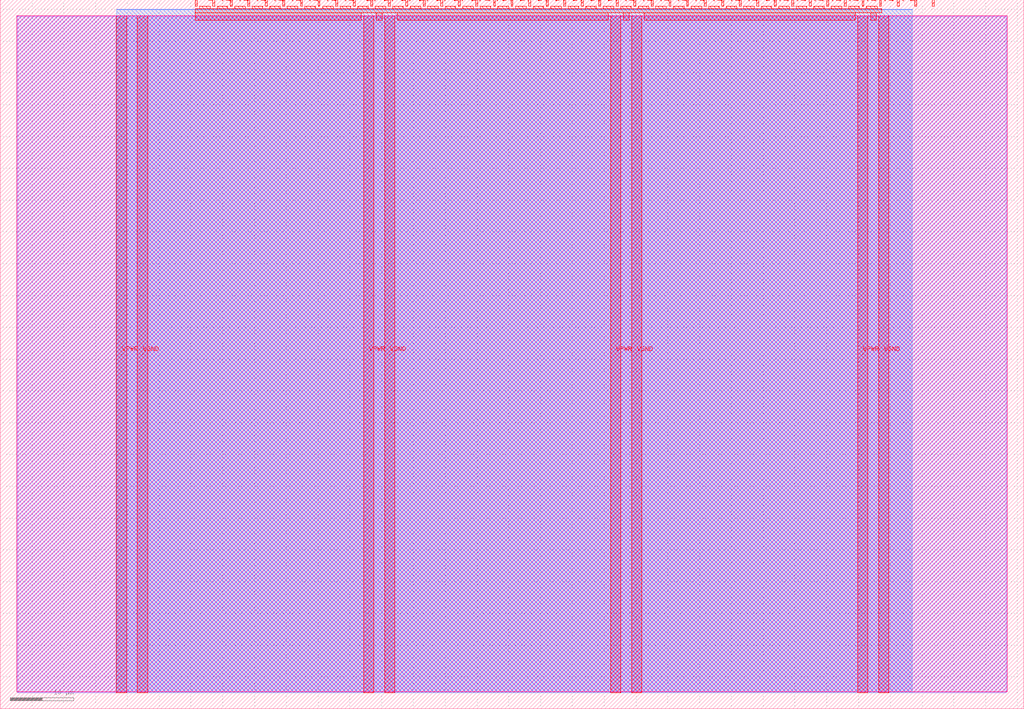
<source format=lef>
VERSION 5.7 ;
  NOWIREEXTENSIONATPIN ON ;
  DIVIDERCHAR "/" ;
  BUSBITCHARS "[]" ;
MACRO tt_um_wokwi_446907838117673985
  CLASS BLOCK ;
  FOREIGN tt_um_wokwi_446907838117673985 ;
  ORIGIN 0.000 0.000 ;
  SIZE 161.000 BY 111.520 ;
  PIN VGND
    DIRECTION INOUT ;
    USE GROUND ;
    PORT
      LAYER met4 ;
        RECT 21.580 2.480 23.180 109.040 ;
    END
    PORT
      LAYER met4 ;
        RECT 60.450 2.480 62.050 109.040 ;
    END
    PORT
      LAYER met4 ;
        RECT 99.320 2.480 100.920 109.040 ;
    END
    PORT
      LAYER met4 ;
        RECT 138.190 2.480 139.790 109.040 ;
    END
  END VGND
  PIN VPWR
    DIRECTION INOUT ;
    USE POWER ;
    PORT
      LAYER met4 ;
        RECT 18.280 2.480 19.880 109.040 ;
    END
    PORT
      LAYER met4 ;
        RECT 57.150 2.480 58.750 109.040 ;
    END
    PORT
      LAYER met4 ;
        RECT 96.020 2.480 97.620 109.040 ;
    END
    PORT
      LAYER met4 ;
        RECT 134.890 2.480 136.490 109.040 ;
    END
  END VPWR
  PIN clk
    DIRECTION INPUT ;
    USE SIGNAL ;
    PORT
      LAYER met4 ;
        RECT 143.830 110.520 144.130 111.520 ;
    END
  END clk
  PIN ena
    DIRECTION INPUT ;
    USE SIGNAL ;
    PORT
      LAYER met4 ;
        RECT 146.590 110.520 146.890 111.520 ;
    END
  END ena
  PIN rst_n
    DIRECTION INPUT ;
    USE SIGNAL ;
    PORT
      LAYER met4 ;
        RECT 141.070 110.520 141.370 111.520 ;
    END
  END rst_n
  PIN ui_in[0]
    DIRECTION INPUT ;
    USE SIGNAL ;
    ANTENNAGATEAREA 0.196500 ;
    PORT
      LAYER met4 ;
        RECT 138.310 110.520 138.610 111.520 ;
    END
  END ui_in[0]
  PIN ui_in[1]
    DIRECTION INPUT ;
    USE SIGNAL ;
    ANTENNAGATEAREA 0.196500 ;
    PORT
      LAYER met4 ;
        RECT 135.550 110.520 135.850 111.520 ;
    END
  END ui_in[1]
  PIN ui_in[2]
    DIRECTION INPUT ;
    USE SIGNAL ;
    ANTENNAGATEAREA 0.196500 ;
    PORT
      LAYER met4 ;
        RECT 132.790 110.520 133.090 111.520 ;
    END
  END ui_in[2]
  PIN ui_in[3]
    DIRECTION INPUT ;
    USE SIGNAL ;
    ANTENNAGATEAREA 0.196500 ;
    PORT
      LAYER met4 ;
        RECT 130.030 110.520 130.330 111.520 ;
    END
  END ui_in[3]
  PIN ui_in[4]
    DIRECTION INPUT ;
    USE SIGNAL ;
    PORT
      LAYER met4 ;
        RECT 127.270 110.520 127.570 111.520 ;
    END
  END ui_in[4]
  PIN ui_in[5]
    DIRECTION INPUT ;
    USE SIGNAL ;
    PORT
      LAYER met4 ;
        RECT 124.510 110.520 124.810 111.520 ;
    END
  END ui_in[5]
  PIN ui_in[6]
    DIRECTION INPUT ;
    USE SIGNAL ;
    PORT
      LAYER met4 ;
        RECT 121.750 110.520 122.050 111.520 ;
    END
  END ui_in[6]
  PIN ui_in[7]
    DIRECTION INPUT ;
    USE SIGNAL ;
    PORT
      LAYER met4 ;
        RECT 118.990 110.520 119.290 111.520 ;
    END
  END ui_in[7]
  PIN uio_in[0]
    DIRECTION INPUT ;
    USE SIGNAL ;
    PORT
      LAYER met4 ;
        RECT 116.230 110.520 116.530 111.520 ;
    END
  END uio_in[0]
  PIN uio_in[1]
    DIRECTION INPUT ;
    USE SIGNAL ;
    PORT
      LAYER met4 ;
        RECT 113.470 110.520 113.770 111.520 ;
    END
  END uio_in[1]
  PIN uio_in[2]
    DIRECTION INPUT ;
    USE SIGNAL ;
    PORT
      LAYER met4 ;
        RECT 110.710 110.520 111.010 111.520 ;
    END
  END uio_in[2]
  PIN uio_in[3]
    DIRECTION INPUT ;
    USE SIGNAL ;
    PORT
      LAYER met4 ;
        RECT 107.950 110.520 108.250 111.520 ;
    END
  END uio_in[3]
  PIN uio_in[4]
    DIRECTION INPUT ;
    USE SIGNAL ;
    PORT
      LAYER met4 ;
        RECT 105.190 110.520 105.490 111.520 ;
    END
  END uio_in[4]
  PIN uio_in[5]
    DIRECTION INPUT ;
    USE SIGNAL ;
    PORT
      LAYER met4 ;
        RECT 102.430 110.520 102.730 111.520 ;
    END
  END uio_in[5]
  PIN uio_in[6]
    DIRECTION INPUT ;
    USE SIGNAL ;
    PORT
      LAYER met4 ;
        RECT 99.670 110.520 99.970 111.520 ;
    END
  END uio_in[6]
  PIN uio_in[7]
    DIRECTION INPUT ;
    USE SIGNAL ;
    PORT
      LAYER met4 ;
        RECT 96.910 110.520 97.210 111.520 ;
    END
  END uio_in[7]
  PIN uio_oe[0]
    DIRECTION OUTPUT ;
    USE SIGNAL ;
    PORT
      LAYER met4 ;
        RECT 49.990 110.520 50.290 111.520 ;
    END
  END uio_oe[0]
  PIN uio_oe[1]
    DIRECTION OUTPUT ;
    USE SIGNAL ;
    PORT
      LAYER met4 ;
        RECT 47.230 110.520 47.530 111.520 ;
    END
  END uio_oe[1]
  PIN uio_oe[2]
    DIRECTION OUTPUT ;
    USE SIGNAL ;
    PORT
      LAYER met4 ;
        RECT 44.470 110.520 44.770 111.520 ;
    END
  END uio_oe[2]
  PIN uio_oe[3]
    DIRECTION OUTPUT ;
    USE SIGNAL ;
    PORT
      LAYER met4 ;
        RECT 41.710 110.520 42.010 111.520 ;
    END
  END uio_oe[3]
  PIN uio_oe[4]
    DIRECTION OUTPUT ;
    USE SIGNAL ;
    PORT
      LAYER met4 ;
        RECT 38.950 110.520 39.250 111.520 ;
    END
  END uio_oe[4]
  PIN uio_oe[5]
    DIRECTION OUTPUT ;
    USE SIGNAL ;
    PORT
      LAYER met4 ;
        RECT 36.190 110.520 36.490 111.520 ;
    END
  END uio_oe[5]
  PIN uio_oe[6]
    DIRECTION OUTPUT ;
    USE SIGNAL ;
    PORT
      LAYER met4 ;
        RECT 33.430 110.520 33.730 111.520 ;
    END
  END uio_oe[6]
  PIN uio_oe[7]
    DIRECTION OUTPUT ;
    USE SIGNAL ;
    PORT
      LAYER met4 ;
        RECT 30.670 110.520 30.970 111.520 ;
    END
  END uio_oe[7]
  PIN uio_out[0]
    DIRECTION OUTPUT ;
    USE SIGNAL ;
    PORT
      LAYER met4 ;
        RECT 72.070 110.520 72.370 111.520 ;
    END
  END uio_out[0]
  PIN uio_out[1]
    DIRECTION OUTPUT ;
    USE SIGNAL ;
    PORT
      LAYER met4 ;
        RECT 69.310 110.520 69.610 111.520 ;
    END
  END uio_out[1]
  PIN uio_out[2]
    DIRECTION OUTPUT ;
    USE SIGNAL ;
    PORT
      LAYER met4 ;
        RECT 66.550 110.520 66.850 111.520 ;
    END
  END uio_out[2]
  PIN uio_out[3]
    DIRECTION OUTPUT ;
    USE SIGNAL ;
    PORT
      LAYER met4 ;
        RECT 63.790 110.520 64.090 111.520 ;
    END
  END uio_out[3]
  PIN uio_out[4]
    DIRECTION OUTPUT ;
    USE SIGNAL ;
    PORT
      LAYER met4 ;
        RECT 61.030 110.520 61.330 111.520 ;
    END
  END uio_out[4]
  PIN uio_out[5]
    DIRECTION OUTPUT ;
    USE SIGNAL ;
    PORT
      LAYER met4 ;
        RECT 58.270 110.520 58.570 111.520 ;
    END
  END uio_out[5]
  PIN uio_out[6]
    DIRECTION OUTPUT ;
    USE SIGNAL ;
    PORT
      LAYER met4 ;
        RECT 55.510 110.520 55.810 111.520 ;
    END
  END uio_out[6]
  PIN uio_out[7]
    DIRECTION OUTPUT ;
    USE SIGNAL ;
    PORT
      LAYER met4 ;
        RECT 52.750 110.520 53.050 111.520 ;
    END
  END uio_out[7]
  PIN uo_out[0]
    DIRECTION OUTPUT ;
    USE SIGNAL ;
    ANTENNADIFFAREA 0.445500 ;
    PORT
      LAYER met4 ;
        RECT 94.150 110.520 94.450 111.520 ;
    END
  END uo_out[0]
  PIN uo_out[1]
    DIRECTION OUTPUT ;
    USE SIGNAL ;
    ANTENNADIFFAREA 0.445500 ;
    PORT
      LAYER met4 ;
        RECT 91.390 110.520 91.690 111.520 ;
    END
  END uo_out[1]
  PIN uo_out[2]
    DIRECTION OUTPUT ;
    USE SIGNAL ;
    ANTENNADIFFAREA 0.445500 ;
    PORT
      LAYER met4 ;
        RECT 88.630 110.520 88.930 111.520 ;
    END
  END uo_out[2]
  PIN uo_out[3]
    DIRECTION OUTPUT ;
    USE SIGNAL ;
    PORT
      LAYER met4 ;
        RECT 85.870 110.520 86.170 111.520 ;
    END
  END uo_out[3]
  PIN uo_out[4]
    DIRECTION OUTPUT ;
    USE SIGNAL ;
    ANTENNADIFFAREA 0.445500 ;
    PORT
      LAYER met4 ;
        RECT 83.110 110.520 83.410 111.520 ;
    END
  END uo_out[4]
  PIN uo_out[5]
    DIRECTION OUTPUT ;
    USE SIGNAL ;
    ANTENNADIFFAREA 0.445500 ;
    PORT
      LAYER met4 ;
        RECT 80.350 110.520 80.650 111.520 ;
    END
  END uo_out[5]
  PIN uo_out[6]
    DIRECTION OUTPUT ;
    USE SIGNAL ;
    ANTENNADIFFAREA 0.445500 ;
    PORT
      LAYER met4 ;
        RECT 77.590 110.520 77.890 111.520 ;
    END
  END uo_out[6]
  PIN uo_out[7]
    DIRECTION OUTPUT ;
    USE SIGNAL ;
    PORT
      LAYER met4 ;
        RECT 74.830 110.520 75.130 111.520 ;
    END
  END uo_out[7]
  OBS
      LAYER nwell ;
        RECT 2.570 2.635 158.430 108.990 ;
      LAYER li1 ;
        RECT 2.760 2.635 158.240 108.885 ;
      LAYER met1 ;
        RECT 2.760 2.480 158.240 109.040 ;
      LAYER met2 ;
        RECT 18.310 2.535 143.430 110.005 ;
      LAYER met3 ;
        RECT 18.290 2.555 143.455 109.985 ;
      LAYER met4 ;
        RECT 31.370 110.120 33.030 110.520 ;
        RECT 34.130 110.120 35.790 110.520 ;
        RECT 36.890 110.120 38.550 110.520 ;
        RECT 39.650 110.120 41.310 110.520 ;
        RECT 42.410 110.120 44.070 110.520 ;
        RECT 45.170 110.120 46.830 110.520 ;
        RECT 47.930 110.120 49.590 110.520 ;
        RECT 50.690 110.120 52.350 110.520 ;
        RECT 53.450 110.120 55.110 110.520 ;
        RECT 56.210 110.120 57.870 110.520 ;
        RECT 58.970 110.120 60.630 110.520 ;
        RECT 61.730 110.120 63.390 110.520 ;
        RECT 64.490 110.120 66.150 110.520 ;
        RECT 67.250 110.120 68.910 110.520 ;
        RECT 70.010 110.120 71.670 110.520 ;
        RECT 72.770 110.120 74.430 110.520 ;
        RECT 75.530 110.120 77.190 110.520 ;
        RECT 78.290 110.120 79.950 110.520 ;
        RECT 81.050 110.120 82.710 110.520 ;
        RECT 83.810 110.120 85.470 110.520 ;
        RECT 86.570 110.120 88.230 110.520 ;
        RECT 89.330 110.120 90.990 110.520 ;
        RECT 92.090 110.120 93.750 110.520 ;
        RECT 94.850 110.120 96.510 110.520 ;
        RECT 97.610 110.120 99.270 110.520 ;
        RECT 100.370 110.120 102.030 110.520 ;
        RECT 103.130 110.120 104.790 110.520 ;
        RECT 105.890 110.120 107.550 110.520 ;
        RECT 108.650 110.120 110.310 110.520 ;
        RECT 111.410 110.120 113.070 110.520 ;
        RECT 114.170 110.120 115.830 110.520 ;
        RECT 116.930 110.120 118.590 110.520 ;
        RECT 119.690 110.120 121.350 110.520 ;
        RECT 122.450 110.120 124.110 110.520 ;
        RECT 125.210 110.120 126.870 110.520 ;
        RECT 127.970 110.120 129.630 110.520 ;
        RECT 130.730 110.120 132.390 110.520 ;
        RECT 133.490 110.120 135.150 110.520 ;
        RECT 136.250 110.120 137.910 110.520 ;
        RECT 30.655 109.440 138.625 110.120 ;
        RECT 30.655 108.295 56.750 109.440 ;
        RECT 59.150 108.295 60.050 109.440 ;
        RECT 62.450 108.295 95.620 109.440 ;
        RECT 98.020 108.295 98.920 109.440 ;
        RECT 101.320 108.295 134.490 109.440 ;
        RECT 136.890 108.295 137.790 109.440 ;
  END
END tt_um_wokwi_446907838117673985
END LIBRARY


</source>
